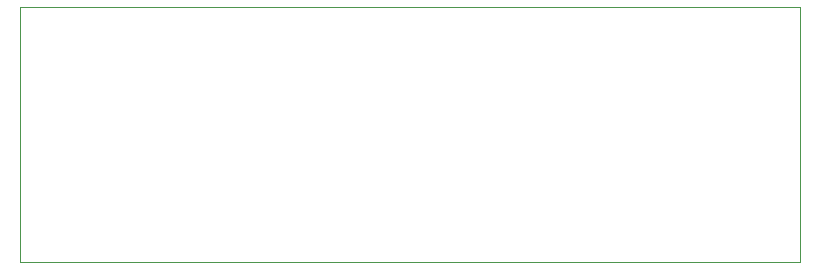
<source format=gbr>
G04 #@! TF.FileFunction,Profile,NP*
%FSLAX46Y46*%
G04 Gerber Fmt 4.6, Leading zero omitted, Abs format (unit mm)*
G04 Created by KiCad (PCBNEW 4.0.2-stable) date Wednesday, 27 July 2016 'pmt' 13:43:49*
%MOMM*%
G01*
G04 APERTURE LIST*
%ADD10C,0.100000*%
G04 APERTURE END LIST*
D10*
X116840000Y-99060000D02*
X116840000Y-96520000D01*
X182880000Y-99060000D02*
X116840000Y-99060000D01*
X182880000Y-77470000D02*
X182880000Y-99060000D01*
X116840000Y-77470000D02*
X182880000Y-77470000D01*
X116840000Y-99060000D02*
X116840000Y-77470000D01*
M02*

</source>
